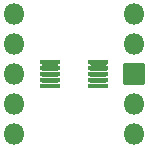
<source format=gbr>
%TF.GenerationSoftware,KiCad,Pcbnew,(6.0.1)*%
%TF.CreationDate,2022-04-14T01:05:28-05:00*%
%TF.ProjectId,DRV2605LDGSR,44525632-3630-4354-9c44-4753522e6b69,rev?*%
%TF.SameCoordinates,Original*%
%TF.FileFunction,Soldermask,Top*%
%TF.FilePolarity,Negative*%
%FSLAX46Y46*%
G04 Gerber Fmt 4.6, Leading zero omitted, Abs format (unit mm)*
G04 Created by KiCad (PCBNEW (6.0.1)) date 2022-04-14 01:05:28*
%MOMM*%
%LPD*%
G01*
G04 APERTURE LIST*
G04 Aperture macros list*
%AMRoundRect*
0 Rectangle with rounded corners*
0 $1 Rounding radius*
0 $2 $3 $4 $5 $6 $7 $8 $9 X,Y pos of 4 corners*
0 Add a 4 corners polygon primitive as box body*
4,1,4,$2,$3,$4,$5,$6,$7,$8,$9,$2,$3,0*
0 Add four circle primitives for the rounded corners*
1,1,$1+$1,$2,$3*
1,1,$1+$1,$4,$5*
1,1,$1+$1,$6,$7*
1,1,$1+$1,$8,$9*
0 Add four rect primitives between the rounded corners*
20,1,$1+$1,$2,$3,$4,$5,0*
20,1,$1+$1,$4,$5,$6,$7,0*
20,1,$1+$1,$6,$7,$8,$9,0*
20,1,$1+$1,$8,$9,$2,$3,0*%
G04 Aperture macros list end*
%ADD10O,1.801600X1.801600*%
%ADD11RoundRect,0.050800X-0.850000X-0.850000X0.850000X-0.850000X0.850000X0.850000X-0.850000X0.850000X0*%
%ADD12O,1.801599X0.401599*%
G04 APERTURE END LIST*
D10*
%TO.C,J2*%
X154940000Y-58420000D03*
X154940000Y-60960000D03*
D11*
X154940000Y-63500000D03*
D10*
X154940000Y-66040000D03*
X154940000Y-68580000D03*
%TD*%
%TO.C,J1*%
X144780000Y-68580000D03*
X144780000Y-66040000D03*
X144780000Y-63500000D03*
X144780000Y-60960000D03*
X144780000Y-58420000D03*
%TD*%
D12*
%TO.C,U1*%
X151910001Y-62499999D03*
X151910001Y-62999998D03*
X151910001Y-63500000D03*
X151910001Y-63999999D03*
X151910001Y-64500001D03*
X147810002Y-64500001D03*
X147810002Y-63999999D03*
X147810002Y-63500000D03*
X147810002Y-62999998D03*
X147810002Y-62499999D03*
%TD*%
G36*
X152607912Y-64199798D02*
G01*
X152607912Y-64201798D01*
X152607291Y-64202461D01*
X152576333Y-64223146D01*
X152569115Y-64259430D01*
X152589791Y-64290372D01*
X152606645Y-64297354D01*
X152607863Y-64298941D01*
X152607097Y-64300789D01*
X152605880Y-64301202D01*
X151213822Y-64301202D01*
X151212090Y-64300202D01*
X151212090Y-64298202D01*
X151212711Y-64297539D01*
X151243669Y-64276854D01*
X151250887Y-64240570D01*
X151230211Y-64209628D01*
X151213357Y-64202646D01*
X151212139Y-64201059D01*
X151212905Y-64199211D01*
X151214122Y-64198798D01*
X152606180Y-64198798D01*
X152607912Y-64199798D01*
G37*
G36*
X148507913Y-64199798D02*
G01*
X148507913Y-64201798D01*
X148507292Y-64202461D01*
X148476334Y-64223146D01*
X148469116Y-64259430D01*
X148489792Y-64290372D01*
X148506646Y-64297354D01*
X148507864Y-64298941D01*
X148507098Y-64300789D01*
X148505881Y-64301202D01*
X147113823Y-64301202D01*
X147112091Y-64300202D01*
X147112091Y-64298202D01*
X147112712Y-64297539D01*
X147143670Y-64276854D01*
X147150888Y-64240570D01*
X147130212Y-64209628D01*
X147113358Y-64202646D01*
X147112140Y-64201059D01*
X147112906Y-64199211D01*
X147114123Y-64198798D01*
X148506181Y-64198798D01*
X148507913Y-64199798D01*
G37*
G36*
X152607918Y-63699799D02*
G01*
X152607918Y-63701799D01*
X152607297Y-63702462D01*
X152576340Y-63723146D01*
X152569123Y-63759430D01*
X152589799Y-63790373D01*
X152606648Y-63797352D01*
X152607866Y-63798939D01*
X152607101Y-63800787D01*
X152605883Y-63801200D01*
X151213817Y-63801200D01*
X151212085Y-63800200D01*
X151212085Y-63798200D01*
X151212706Y-63797537D01*
X151243661Y-63776854D01*
X151250879Y-63740570D01*
X151230203Y-63709628D01*
X151213352Y-63702647D01*
X151212134Y-63701060D01*
X151212900Y-63699212D01*
X151214117Y-63698799D01*
X152606186Y-63698799D01*
X152607918Y-63699799D01*
G37*
G36*
X148507919Y-63699799D02*
G01*
X148507919Y-63701799D01*
X148507298Y-63702462D01*
X148476341Y-63723146D01*
X148469124Y-63759430D01*
X148489800Y-63790373D01*
X148506649Y-63797352D01*
X148507867Y-63798939D01*
X148507102Y-63800787D01*
X148505884Y-63801200D01*
X147113818Y-63801200D01*
X147112086Y-63800200D01*
X147112086Y-63798200D01*
X147112707Y-63797537D01*
X147143662Y-63776854D01*
X147150880Y-63740570D01*
X147130204Y-63709628D01*
X147113353Y-63702647D01*
X147112135Y-63701060D01*
X147112901Y-63699212D01*
X147114118Y-63698799D01*
X148506187Y-63698799D01*
X148507919Y-63699799D01*
G37*
G36*
X152607912Y-63199797D02*
G01*
X152607912Y-63201797D01*
X152607291Y-63202460D01*
X152576333Y-63223145D01*
X152569115Y-63259429D01*
X152589791Y-63290371D01*
X152606645Y-63297353D01*
X152607863Y-63298940D01*
X152607097Y-63300788D01*
X152605880Y-63301201D01*
X151213822Y-63301201D01*
X151212090Y-63300201D01*
X151212090Y-63298201D01*
X151212711Y-63297538D01*
X151243669Y-63276853D01*
X151250887Y-63240569D01*
X151230211Y-63209627D01*
X151213357Y-63202645D01*
X151212139Y-63201058D01*
X151212905Y-63199210D01*
X151214122Y-63198797D01*
X152606180Y-63198797D01*
X152607912Y-63199797D01*
G37*
G36*
X148507913Y-63199797D02*
G01*
X148507913Y-63201797D01*
X148507292Y-63202460D01*
X148476334Y-63223145D01*
X148469116Y-63259429D01*
X148489792Y-63290371D01*
X148506646Y-63297353D01*
X148507864Y-63298940D01*
X148507098Y-63300788D01*
X148505881Y-63301201D01*
X147113823Y-63301201D01*
X147112091Y-63300201D01*
X147112091Y-63298201D01*
X147112712Y-63297538D01*
X147143670Y-63276853D01*
X147150888Y-63240569D01*
X147130212Y-63209627D01*
X147113358Y-63202645D01*
X147112140Y-63201058D01*
X147112906Y-63199210D01*
X147114123Y-63198797D01*
X148506181Y-63198797D01*
X148507913Y-63199797D01*
G37*
G36*
X152607918Y-62699798D02*
G01*
X152607918Y-62701798D01*
X152607297Y-62702461D01*
X152576340Y-62723145D01*
X152569123Y-62759429D01*
X152589799Y-62790372D01*
X152606648Y-62797351D01*
X152607866Y-62798938D01*
X152607101Y-62800786D01*
X152605883Y-62801199D01*
X151213817Y-62801199D01*
X151212085Y-62800199D01*
X151212085Y-62798199D01*
X151212706Y-62797536D01*
X151243661Y-62776853D01*
X151250879Y-62740569D01*
X151230203Y-62709627D01*
X151213352Y-62702646D01*
X151212134Y-62701059D01*
X151212900Y-62699211D01*
X151214117Y-62698798D01*
X152606186Y-62698798D01*
X152607918Y-62699798D01*
G37*
G36*
X148507919Y-62699798D02*
G01*
X148507919Y-62701798D01*
X148507298Y-62702461D01*
X148476341Y-62723145D01*
X148469124Y-62759429D01*
X148489800Y-62790372D01*
X148506649Y-62797351D01*
X148507867Y-62798938D01*
X148507102Y-62800786D01*
X148505884Y-62801199D01*
X147113818Y-62801199D01*
X147112086Y-62800199D01*
X147112086Y-62798199D01*
X147112707Y-62797536D01*
X147143662Y-62776853D01*
X147150880Y-62740569D01*
X147130204Y-62709627D01*
X147113353Y-62702646D01*
X147112135Y-62701059D01*
X147112901Y-62699211D01*
X147114118Y-62698798D01*
X148506187Y-62698798D01*
X148507919Y-62699798D01*
G37*
M02*

</source>
